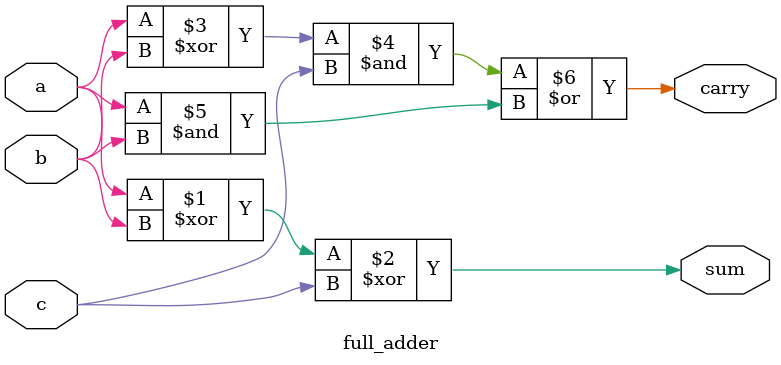
<source format=sv>
module full_adder(
  input a, b, c,
  output sum, carry);
  
  assign sum = a ^ b ^ c;
  assign carry = (((a^b) & c) | (a & b));
  
endmodule  

// https://edaplayground.com/x/PNdL
</source>
